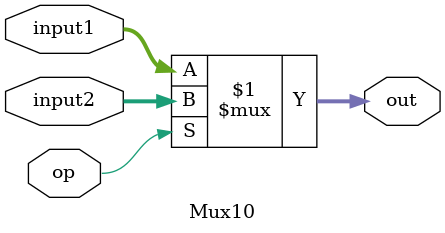
<source format=v>
module Mux10(input [9:0] input1, input [9:0] input2, input op, output [9:0] out);
  assign out = op ? input2 : input1;
endmodule

</source>
